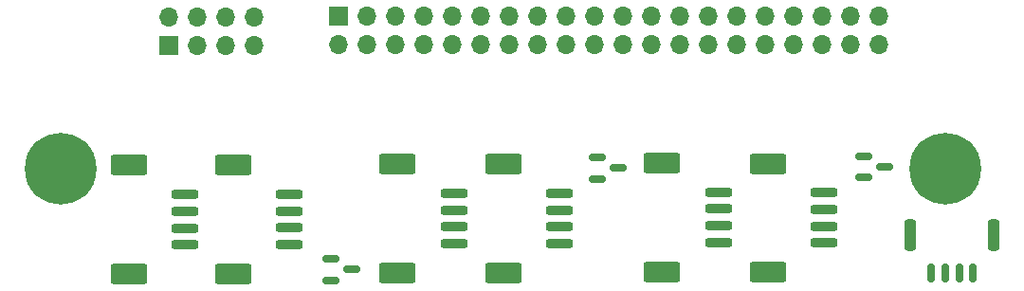
<source format=gbr>
%TF.GenerationSoftware,KiCad,Pcbnew,7.0.8*%
%TF.CreationDate,2024-02-12T21:11:38+01:00*%
%TF.ProjectId,HatV4,48617456-342e-46b6-9963-61645f706362,V2*%
%TF.SameCoordinates,Original*%
%TF.FileFunction,Soldermask,Bot*%
%TF.FilePolarity,Negative*%
%FSLAX46Y46*%
G04 Gerber Fmt 4.6, Leading zero omitted, Abs format (unit mm)*
G04 Created by KiCad (PCBNEW 7.0.8) date 2024-02-12 21:11:38*
%MOMM*%
%LPD*%
G01*
G04 APERTURE LIST*
G04 Aperture macros list*
%AMRoundRect*
0 Rectangle with rounded corners*
0 $1 Rounding radius*
0 $2 $3 $4 $5 $6 $7 $8 $9 X,Y pos of 4 corners*
0 Add a 4 corners polygon primitive as box body*
4,1,4,$2,$3,$4,$5,$6,$7,$8,$9,$2,$3,0*
0 Add four circle primitives for the rounded corners*
1,1,$1+$1,$2,$3*
1,1,$1+$1,$4,$5*
1,1,$1+$1,$6,$7*
1,1,$1+$1,$8,$9*
0 Add four rect primitives between the rounded corners*
20,1,$1+$1,$2,$3,$4,$5,0*
20,1,$1+$1,$4,$5,$6,$7,0*
20,1,$1+$1,$6,$7,$8,$9,0*
20,1,$1+$1,$8,$9,$2,$3,0*%
G04 Aperture macros list end*
%ADD10R,1.700000X1.700000*%
%ADD11O,1.700000X1.700000*%
%ADD12C,0.800000*%
%ADD13C,6.400000*%
%ADD14RoundRect,0.150000X-0.587500X-0.150000X0.587500X-0.150000X0.587500X0.150000X-0.587500X0.150000X0*%
%ADD15RoundRect,0.200000X-1.000000X0.200000X-1.000000X-0.200000X1.000000X-0.200000X1.000000X0.200000X0*%
%ADD16RoundRect,0.250000X-1.400000X0.650000X-1.400000X-0.650000X1.400000X-0.650000X1.400000X0.650000X0*%
%ADD17RoundRect,0.150000X0.150000X0.700000X-0.150000X0.700000X-0.150000X-0.700000X0.150000X-0.700000X0*%
%ADD18RoundRect,0.250000X0.250000X1.150000X-0.250000X1.150000X-0.250000X-1.150000X0.250000X-1.150000X0*%
G04 APERTURE END LIST*
D10*
%TO.C,J5*%
X130225800Y-90322400D03*
D11*
X130225800Y-92862400D03*
X132765800Y-90322400D03*
X132765800Y-92862400D03*
X135305800Y-90322400D03*
X135305800Y-92862400D03*
X137845800Y-90322400D03*
X137845800Y-92862400D03*
X140385800Y-90322400D03*
X140385800Y-92862400D03*
X142925800Y-90322400D03*
X142925800Y-92862400D03*
X145465800Y-90322400D03*
X145465800Y-92862400D03*
X148005800Y-90322400D03*
X148005800Y-92862400D03*
X150545800Y-90322400D03*
X150545800Y-92862400D03*
X153085800Y-90322400D03*
X153085800Y-92862400D03*
X155625800Y-90322400D03*
X155625800Y-92862400D03*
X158165800Y-90322400D03*
X158165800Y-92862400D03*
X160705800Y-90322400D03*
X160705800Y-92862400D03*
X163245800Y-90322400D03*
X163245800Y-92862400D03*
X165785800Y-90322400D03*
X165785800Y-92862400D03*
X168325800Y-90322400D03*
X168325800Y-92862400D03*
X170865800Y-90322400D03*
X170865800Y-92862400D03*
X173405800Y-90322400D03*
X173405800Y-92862400D03*
X175945800Y-90322400D03*
X175945800Y-92862400D03*
X178485800Y-90322400D03*
X178485800Y-92862400D03*
%TD*%
D12*
%TO.C,H1*%
X102980438Y-103923800D03*
X103683382Y-102226744D03*
X103683382Y-105620856D03*
X105380438Y-101523800D03*
D13*
X105380438Y-103923800D03*
D12*
X105380438Y-106323800D03*
X107077494Y-102226744D03*
X107077494Y-105620856D03*
X107780438Y-103923800D03*
%TD*%
%TO.C,H2*%
X181979438Y-103935962D03*
X182682382Y-102238906D03*
X182682382Y-105633018D03*
X184379438Y-101535962D03*
D13*
X184379438Y-103935962D03*
D12*
X184379438Y-106335962D03*
X186076494Y-102238906D03*
X186076494Y-105633018D03*
X186779438Y-103935962D03*
%TD*%
D14*
%TO.C,U8*%
X177134178Y-104735178D03*
X177134178Y-102835178D03*
X179009178Y-103785178D03*
%TD*%
D15*
%TO.C,J8*%
X164177978Y-106041578D03*
X164177978Y-107541578D03*
X164177978Y-109041578D03*
X164177978Y-110541578D03*
D16*
X159127978Y-103441578D03*
X159127978Y-113141578D03*
%TD*%
D15*
%TO.C,J4*%
X149976400Y-106131800D03*
X149976400Y-107631800D03*
X149976400Y-109131800D03*
X149976400Y-110631800D03*
D16*
X144926400Y-103531800D03*
X144926400Y-113231800D03*
%TD*%
D15*
%TO.C,J3*%
X140567422Y-106146222D03*
X140567422Y-107646222D03*
X140567422Y-109146222D03*
X140567422Y-110646222D03*
D16*
X135517422Y-103546222D03*
X135517422Y-113246222D03*
%TD*%
D10*
%TO.C,J6*%
X115087400Y-92938600D03*
D11*
X115087400Y-90398600D03*
X117627400Y-92938600D03*
X117627400Y-90398600D03*
X120167400Y-92938600D03*
X120167400Y-90398600D03*
X122707400Y-92938600D03*
X122707400Y-90398600D03*
%TD*%
D17*
%TO.C,J7*%
X186897400Y-113230400D03*
X185647400Y-113230400D03*
X184397400Y-113230400D03*
X183147400Y-113230400D03*
D18*
X188747400Y-109880400D03*
X181297400Y-109880400D03*
%TD*%
D14*
%TO.C,U4*%
X153314400Y-104846200D03*
X153314400Y-102946200D03*
X155189400Y-103896200D03*
%TD*%
D15*
%TO.C,J9*%
X173594578Y-106081378D03*
X173594578Y-107581378D03*
X173594578Y-109081378D03*
X173594578Y-110581378D03*
D16*
X168544578Y-103481378D03*
X168544578Y-113181378D03*
%TD*%
D14*
%TO.C,U2*%
X129579822Y-113903022D03*
X129579822Y-112003022D03*
X131454822Y-112953022D03*
%TD*%
D15*
%TO.C,J2*%
X125852822Y-106222422D03*
X125852822Y-107722422D03*
X125852822Y-109222422D03*
X125852822Y-110722422D03*
D16*
X120802822Y-103622422D03*
X120802822Y-113322422D03*
%TD*%
D15*
%TO.C,J1*%
X116547022Y-106246822D03*
X116547022Y-107746822D03*
X116547022Y-109246822D03*
X116547022Y-110746822D03*
D16*
X111497022Y-103646822D03*
X111497022Y-113346822D03*
%TD*%
M02*

</source>
